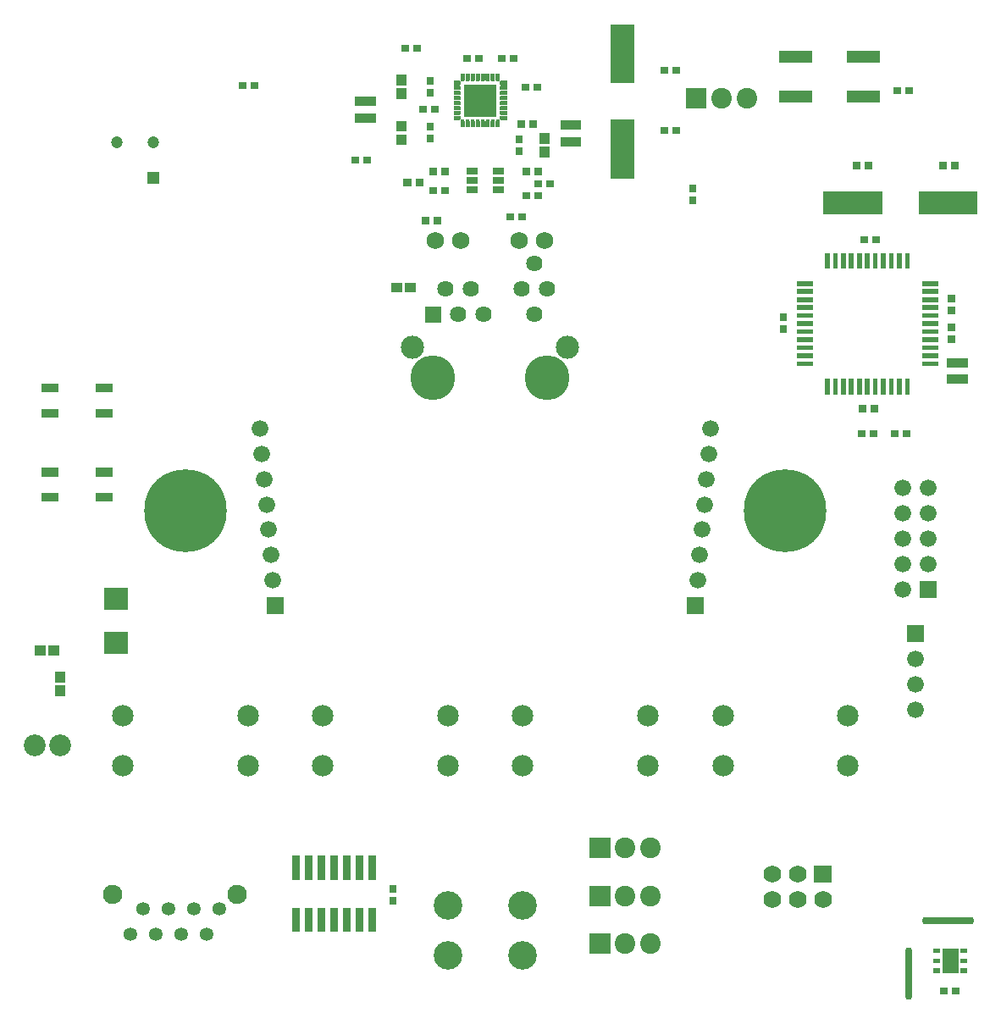
<source format=gts>
G04 start of page 7 for group -4063 idx -4063 *
G04 Title: roomunit, componentmask *
G04 Creator: pcb 1.99z *
G04 CreationDate: mån  6 apr 2015 21:39:44 UTC *
G04 For: jonatan *
G04 Format: Gerber/RS-274X *
G04 PCB-Dimensions (mm): 100.00 100.00 *
G04 PCB-Coordinate-Origin: lower left *
%MOMM*%
%FSLAX43Y43*%
%LNTOPMASK*%
%ADD132R,0.314X0.314*%
%ADD131R,0.427X0.427*%
%ADD130C,0.427*%
%ADD129R,0.677X0.677*%
%ADD128R,1.176X1.176*%
%ADD127R,0.476X0.476*%
%ADD126R,3.247X3.247*%
%ADD125R,2.320X2.320*%
%ADD124R,0.926X0.926*%
%ADD123R,1.000X1.000*%
%ADD122R,2.203X2.203*%
%ADD121R,0.876X0.876*%
%ADD120R,0.762X0.762*%
%ADD119R,0.700X0.700*%
%ADD118C,0.700*%
%ADD117R,0.476X0.476*%
%ADD116R,0.607X0.607*%
%ADD115R,1.576X1.576*%
%ADD114C,0.752*%
%ADD113C,8.250*%
%ADD112C,2.311*%
%ADD111C,4.470*%
%ADD110C,1.753*%
%ADD109C,1.626*%
%ADD108C,1.202*%
%ADD107C,1.930*%
%ADD106C,1.352*%
%ADD105C,1.760*%
%ADD104C,2.850*%
%ADD103C,2.056*%
%ADD102C,1.676*%
%ADD101C,0.002*%
%ADD100C,2.184*%
%ADD99C,2.152*%
G54D99*X13750Y24500D03*
X26250D03*
Y29500D03*
X13750D03*
G54D100*X7500Y26500D03*
X4960D03*
G54D99*X33750Y29500D03*
G54D101*G36*
X28162Y41338D02*Y39662D01*
X29838D01*
Y41338D01*
X28162D01*
G37*
G54D102*X28779Y43030D03*
X28557Y45561D03*
X28336Y48091D03*
X28114Y50621D03*
X27893Y53152D03*
X27672Y55682D03*
X27450Y58212D03*
G54D99*X46250Y24500D03*
G54D101*G36*
X60432Y7728D02*Y5672D01*
X62488D01*
Y7728D01*
X60432D01*
G37*
G54D103*X64000Y6700D03*
X66540D03*
G54D104*X53750Y5550D03*
Y10550D03*
X46250Y5550D03*
Y10550D03*
G54D99*X73750Y24500D03*
X86250D03*
G54D101*G36*
X82860Y14550D02*Y12790D01*
X84620D01*
Y14550D01*
X82860D01*
G37*
G54D105*X81200Y13670D03*
X78660D03*
G54D101*G36*
X92162Y38538D02*Y36862D01*
X93838D01*
Y38538D01*
X92162D01*
G37*
G54D102*X93000Y35160D03*
Y32620D03*
Y30080D03*
G54D101*G36*
X93462Y42938D02*Y41262D01*
X95138D01*
Y42938D01*
X93462D01*
G37*
G54D102*X91760Y42100D03*
X94300Y44640D03*
Y47180D03*
Y49720D03*
Y52260D03*
X91760Y44640D03*
Y47180D03*
Y49720D03*
Y52260D03*
G54D105*X83740Y11130D03*
X81200D03*
X78660D03*
G54D99*X46250Y29500D03*
X66250D03*
X53750D03*
X86250D03*
X73750D03*
X53750Y24500D03*
X66250D03*
G54D101*G36*
X60432Y17328D02*Y15272D01*
X62488D01*
Y17328D01*
X60432D01*
G37*
G54D103*X64000Y16300D03*
X66540D03*
G54D101*G36*
X60432Y12528D02*Y10472D01*
X62488D01*
Y12528D01*
X60432D01*
G37*
G54D103*X64000Y11500D03*
X66540D03*
G54D99*X33750Y24500D03*
G54D106*X15780Y10200D03*
X18320D03*
X17050Y7660D03*
X20860Y10200D03*
X23400D03*
X19590Y7660D03*
X22130D03*
X14510D03*
G54D107*X12707Y11673D03*
X25203D03*
G54D108*X13188Y86852D03*
G54D101*G36*
X16179Y83861D02*Y82659D01*
X17381D01*
Y83861D01*
X16179D01*
G37*
G54D108*X16780Y86852D03*
G54D101*G36*
X43972Y70413D02*Y68787D01*
X45598D01*
Y70413D01*
X43972D01*
G37*
G54D109*X46055Y72140D03*
X47325Y69600D03*
X48595Y72140D03*
G54D110*X45039Y76966D03*
X47579D03*
G54D109*X49865Y69600D03*
X54945D03*
Y74680D03*
G54D110*X55961Y76966D03*
X53421D03*
G54D109*X53675Y72140D03*
X56215D03*
G54D111*X44785Y63250D03*
X56215D03*
G54D112*X42753Y66298D03*
X58247D03*
G54D101*G36*
X70032Y92228D02*Y90172D01*
X72088D01*
Y92228D01*
X70032D01*
G37*
G54D103*X73600Y91200D03*
X76140D03*
G54D101*G36*
X70162Y41338D02*Y39662D01*
X71838D01*
Y41338D01*
X70162D01*
G37*
G54D102*X71221Y43030D03*
X71443Y45561D03*
X71664Y48091D03*
X71886Y50621D03*
X72107Y53152D03*
X72328Y55682D03*
X72550Y58212D03*
G54D113*X80000Y50000D03*
X20000D03*
G54D114*X92300Y1500D03*
Y6000D03*
X94000Y9000D03*
X98500D03*
G54D115*X96500Y5450D02*Y4550D01*
G54D116*X96125Y5759D02*Y5441D01*
Y4559D02*Y4241D01*
X96875Y5759D02*Y5441D01*
G54D117*X95050Y6000D02*X95250D01*
G54D118*X94000Y9000D02*X98500D01*
G54D117*X95050Y5000D02*X95250D01*
X95050Y4000D02*X95250D01*
G54D118*X92300Y6000D02*Y1500D01*
G54D116*X96875Y4559D02*Y4241D01*
G54D117*X97750Y4000D02*X97950D01*
X97750Y5000D02*X97950D01*
X97750Y6000D02*X97950D01*
G54D119*X96965Y2000D02*X97035D01*
X95775D02*X95845D01*
X40800Y12235D02*Y12165D01*
Y11045D02*Y10975D01*
G54D120*X38710Y15129D02*Y13478D01*
X37440Y15129D02*Y13478D01*
X36170Y15129D02*Y13478D01*
X34900Y15129D02*Y13478D01*
X33630Y15129D02*Y13478D01*
X32360Y15129D02*Y13478D01*
X31090Y15129D02*Y13478D01*
Y9922D02*Y8271D01*
X32360Y9922D02*Y8271D01*
X33630Y9922D02*Y8271D01*
X34900Y9922D02*Y8271D01*
X36170Y9922D02*Y8271D01*
X37440Y9922D02*Y8271D01*
X38710Y9922D02*Y8271D01*
G54D121*X6100Y62250D02*X6900D01*
X6100Y59750D02*X6900D01*
X6100Y53850D02*X6900D01*
X6100Y51350D02*X6900D01*
X11500Y59750D02*X12300D01*
X11500Y62250D02*X12300D01*
X11500Y51350D02*X12300D01*
X11500Y53850D02*X12300D01*
G54D122*X12995Y41190D02*X13205D01*
X12995Y36810D02*X13205D01*
G54D123*X5479Y36000D02*X5521D01*
X6827D02*X6870D01*
X7500Y32021D02*Y31979D01*
Y33370D02*Y33327D01*
G54D119*X25715Y92500D02*X25785D01*
X26905D02*X26975D01*
X53965Y92300D02*X54035D01*
X55155D02*X55225D01*
X54765Y88650D02*X54835D01*
X53575D02*X53645D01*
X55265Y82700D02*X55335D01*
X55265Y83900D02*X55335D01*
X54075D02*X54145D01*
X55265Y81500D02*X55335D01*
X54075D02*X54145D01*
G54D123*X55900Y85873D02*Y85830D01*
G54D119*X67865Y88000D02*X67935D01*
X69055D02*X69125D01*
G54D124*X57975Y88525D02*X59125D01*
G54D119*X70750Y82235D02*Y82165D01*
Y81045D02*Y80975D01*
G54D125*X63700Y87928D02*Y84372D01*
G54D126*X49499Y91000D02*X49501D01*
G54D119*X44955Y90100D02*X45025D01*
X44500Y91835D02*Y91765D01*
X56455Y82700D02*X56525D01*
X36965Y85050D02*X37035D01*
X38155D02*X38225D01*
G54D124*X57975Y86875D02*X59125D01*
G54D123*X41600Y87121D02*Y87079D01*
X55900Y87221D02*Y87179D01*
G54D119*X44500Y87235D02*Y87165D01*
X43765Y90100D02*X43835D01*
G54D123*X41600Y88470D02*Y88427D01*
G54D124*X37425Y90925D02*X38575D01*
X37425Y89275D02*X38575D01*
G54D123*X41600Y91721D02*Y91679D01*
G54D119*X44500Y88425D02*Y88355D01*
G54D127*X81368Y72700D02*X82492D01*
X81368Y71900D02*X82492D01*
X81368Y71100D02*X82492D01*
X81368Y70300D02*X82492D01*
X81368Y69500D02*X82492D01*
X81368Y68700D02*X82492D01*
X81368Y67900D02*X82492D01*
X81368Y67100D02*X82492D01*
G54D119*X79800Y69385D02*Y69315D01*
Y68195D02*Y68125D01*
G54D127*X81368Y66300D02*X82492D01*
X81368Y65500D02*X82492D01*
X81368Y64700D02*X82492D01*
X84200Y62992D02*Y61868D01*
X85000Y62992D02*Y61868D01*
X85800Y62992D02*Y61868D01*
X86600Y62992D02*Y61868D01*
X87400Y62992D02*Y61868D01*
X88200Y62992D02*Y61868D01*
X89000Y62992D02*Y61868D01*
G54D119*X87665Y60200D02*X87735D01*
X88855D02*X88925D01*
G54D127*X89800Y62992D02*Y61868D01*
X90600Y62992D02*Y61868D01*
X91400Y62992D02*Y61868D01*
X92200Y62992D02*Y61868D01*
G54D124*X96625Y63125D02*X97775D01*
G54D119*X92065Y57700D02*X92135D01*
X90875D02*X90945D01*
X87565D02*X87635D01*
X88755D02*X88825D01*
G54D127*X93908Y64700D02*X95032D01*
X93908Y65500D02*X95032D01*
X93908Y66300D02*X95032D01*
X93908Y67100D02*X95032D01*
X93908Y67900D02*X95032D01*
X93908Y68700D02*X95032D01*
X93908Y69500D02*X95032D01*
G54D119*X96600Y67185D02*Y67115D01*
Y68375D02*Y68305D01*
G54D124*X96625Y64775D02*X97775D01*
G54D127*X93908Y70300D02*X95032D01*
X93908Y71100D02*X95032D01*
X93908Y71900D02*X95032D01*
X93908Y72700D02*X95032D01*
G54D119*X96600Y71235D02*Y71165D01*
Y70045D02*Y69975D01*
G54D127*X92200Y75532D02*Y74408D01*
G54D119*X96915Y84500D02*X96985D01*
X95725D02*X95795D01*
G54D125*X94472Y80750D02*X98028D01*
G54D127*X91400Y75532D02*Y74408D01*
X90600Y75532D02*Y74408D01*
X89800Y75532D02*Y74408D01*
X89000Y75532D02*Y74408D01*
X88200Y75532D02*Y74408D01*
X87400Y75532D02*Y74408D01*
X86600Y75532D02*Y74408D01*
G54D119*X89065Y77100D02*X89135D01*
X87875D02*X87945D01*
G54D127*X85800Y75532D02*Y74408D01*
X85000Y75532D02*Y74408D01*
X84200Y75532D02*Y74408D01*
G54D119*X87065Y84500D02*X87135D01*
X88255D02*X88325D01*
G54D125*X84972Y80750D02*X88528D01*
G54D119*X91165Y92000D02*X91235D01*
X92355D02*X92425D01*
G54D128*X79950Y95400D02*X82050D01*
X79950Y91400D02*X82050D01*
X86750D02*X88850D01*
X86750Y95400D02*X88850D01*
G54D119*X67865Y94000D02*X67935D01*
X69055D02*X69125D01*
G54D125*X63700Y97428D02*Y93872D01*
G54D119*X43365Y82800D02*X43435D01*
X43965Y79000D02*X44035D01*
X45155D02*X45225D01*
X42175Y82800D02*X42245D01*
G54D123*X42479Y72300D02*X42521D01*
X41130D02*X41173D01*
G54D119*X44765Y83900D02*X44835D01*
X44765Y82000D02*X44835D01*
X45955D02*X46025D01*
G54D129*X48475Y83000D02*X48925D01*
X48475Y82050D02*X48925D01*
G54D119*X45955Y83900D02*X46025D01*
G54D129*X48475Y83950D02*X48925D01*
X51075Y82050D02*X51525D01*
X51075Y83000D02*X51525D01*
G54D119*X52465Y79400D02*X52535D01*
X53655D02*X53725D01*
G54D130*X47400Y92750D03*
G54D131*X47050D02*X47250D01*
G54D130*X47400Y92250D03*
G54D131*X47050D02*X47250D01*
G54D130*X47400Y91750D03*
G54D131*X47050D02*X47250D01*
X47050Y91250D02*X47250D01*
G54D119*X48165Y95200D02*X48235D01*
X49355D02*X49425D01*
G54D130*X50750Y93100D03*
G54D131*Y93450D02*Y93250D01*
G54D130*X50250Y93100D03*
G54D131*Y93450D02*Y93250D01*
G54D130*X49750Y93100D03*
G54D131*Y93450D02*Y93250D01*
G54D130*X49250Y93100D03*
G54D131*Y93450D02*Y93250D01*
G54D130*X48750Y93100D03*
G54D131*Y93450D02*Y93250D01*
G54D130*X48250Y93100D03*
G54D131*Y93450D02*Y93250D01*
G54D130*X47750Y93100D03*
G54D131*Y93450D02*Y93250D01*
G54D119*X51615Y95200D02*X51685D01*
X52805D02*X52875D01*
G54D130*X47400Y91250D03*
G54D132*X48207Y91493D02*Y91307D01*
X48393Y91493D02*Y91307D01*
X48207Y92293D02*Y92107D01*
X48393Y92293D02*Y92107D01*
X49007Y92293D02*Y92107D01*
X49193Y92293D02*Y92107D01*
X49807Y92293D02*Y92107D01*
X49993Y92293D02*Y92107D01*
X49007Y91493D02*Y91307D01*
X49193Y91493D02*Y91307D01*
X49807Y91493D02*Y91307D01*
X49993Y91493D02*Y91307D01*
G54D119*X43165Y96250D02*X43235D01*
X41975D02*X42045D01*
X44500Y93025D02*Y92955D01*
G54D123*X41600Y93070D02*Y93027D01*
G54D129*X51075Y83950D02*X51525D01*
G54D119*X53400Y87135D02*Y87065D01*
Y85945D02*Y85875D01*
G54D130*X51250Y88900D03*
G54D131*Y88750D02*Y88550D01*
G54D130*X51600Y89250D03*
Y89750D03*
G54D131*X51750Y89250D02*X51950D01*
X51750Y89750D02*X51950D01*
X51750Y90250D02*X51950D01*
G54D130*X47750Y88900D03*
G54D131*Y88750D02*Y88550D01*
G54D130*X48250Y88900D03*
G54D131*Y88750D02*Y88550D01*
G54D130*X48750Y88900D03*
G54D131*Y88750D02*Y88550D01*
G54D130*X49250Y88900D03*
G54D131*Y88750D02*Y88550D01*
G54D130*X49750Y88900D03*
G54D131*Y88750D02*Y88550D01*
G54D130*X50250Y88900D03*
G54D131*Y88750D02*Y88550D01*
G54D130*X50750Y88900D03*
G54D131*Y88750D02*Y88550D01*
G54D130*X51600Y90250D03*
Y90750D03*
Y91250D03*
Y91750D03*
Y92250D03*
G54D131*X51750Y90750D02*X51950D01*
X51750Y91250D02*X51950D01*
X51750Y91750D02*X51950D01*
X51750Y92250D02*X51950D01*
G54D130*X51600Y92750D03*
X51250Y93100D03*
G54D131*Y93450D02*Y93250D01*
X51750Y92750D02*X51950D01*
G54D132*X50793Y92293D02*Y92107D01*
G54D130*X47400Y90750D03*
G54D131*X47050D02*X47250D01*
G54D130*X47400Y90250D03*
G54D131*X47050D02*X47250D01*
G54D130*X47400Y89750D03*
G54D131*X47050D02*X47250D01*
G54D130*X47400Y89250D03*
G54D131*X47050D02*X47250D01*
G54D132*X48207Y90693D02*Y90507D01*
X48393Y90693D02*Y90507D01*
X49007Y90693D02*Y90507D01*
X49193Y90693D02*Y90507D01*
X49807Y90693D02*Y90507D01*
X49993Y90693D02*Y90507D01*
X48207Y89893D02*Y89707D01*
X48393Y89893D02*Y89707D01*
X49007Y89893D02*Y89707D01*
X49193Y89893D02*Y89707D01*
X49807Y89893D02*Y89707D01*
X49993Y89893D02*Y89707D01*
X50607Y92293D02*Y92107D01*
Y91493D02*Y91307D01*
X50793Y91493D02*Y91307D01*
X50607Y90693D02*Y90507D01*
X50793Y90693D02*Y90507D01*
X50607Y89893D02*Y89707D01*
X50793Y89893D02*Y89707D01*
M02*

</source>
